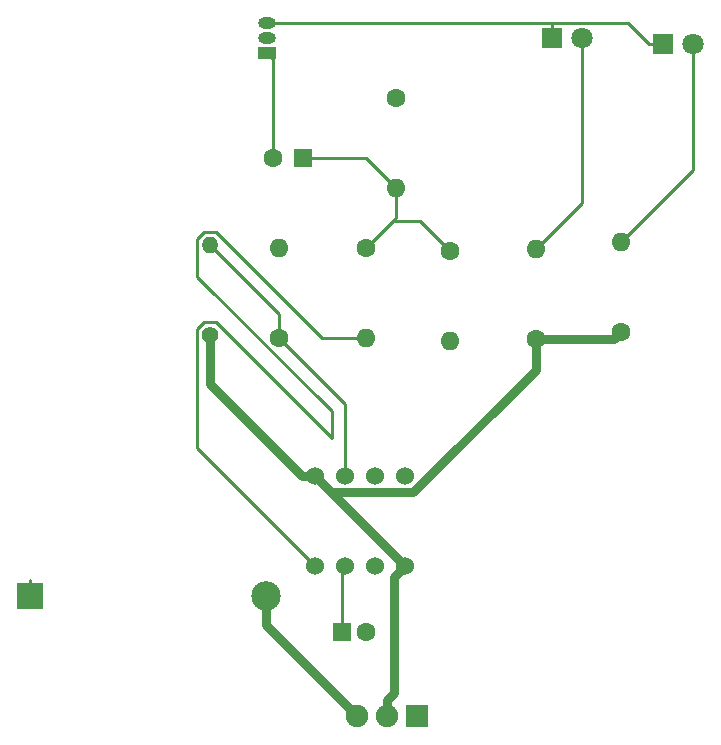
<source format=gtl>
G04 #@! TF.GenerationSoftware,KiCad,Pcbnew,(5.1.5)-3*
G04 #@! TF.CreationDate,2019-12-18T19:33:25+05:30*
G04 #@! TF.ProjectId,555_Badge,3535355f-4261-4646-9765-2e6b69636164,v01*
G04 #@! TF.SameCoordinates,Original*
G04 #@! TF.FileFunction,Copper,L1,Top*
G04 #@! TF.FilePolarity,Positive*
%FSLAX46Y46*%
G04 Gerber Fmt 4.6, Leading zero omitted, Abs format (unit mm)*
G04 Created by KiCad (PCBNEW (5.1.5)-3) date 2019-12-18 19:33:25*
%MOMM*%
%LPD*%
G04 APERTURE LIST*
%ADD10R,2.170000X2.170000*%
%ADD11C,2.500000*%
%ADD12R,1.600000X1.600000*%
%ADD13C,1.600000*%
%ADD14R,1.800000X1.800000*%
%ADD15C,1.800000*%
%ADD16R,1.500000X1.000000*%
%ADD17O,1.500000X1.000000*%
%ADD18C,1.400000*%
%ADD19O,1.400000X1.400000*%
%ADD20O,1.600000X1.600000*%
%ADD21R,1.900000X1.900000*%
%ADD22C,1.900000*%
%ADD23C,1.524000*%
%ADD24C,0.250000*%
%ADD25C,0.762000*%
G04 APERTURE END LIST*
D10*
X43180000Y-125730000D03*
D11*
X63180000Y-125730000D03*
D12*
X69628000Y-128778000D03*
D13*
X71628000Y-128778000D03*
X63794000Y-88646000D03*
D12*
X66294000Y-88646000D03*
D14*
X96774000Y-78994000D03*
D15*
X99314000Y-78994000D03*
D14*
X87376000Y-78486000D03*
D15*
X89916000Y-78486000D03*
D16*
X63246000Y-79756000D03*
D17*
X63246000Y-77216000D03*
X63246000Y-78486000D03*
D18*
X58420000Y-103632000D03*
D19*
X58420000Y-96012000D03*
D13*
X64262000Y-103886000D03*
D20*
X64262000Y-96266000D03*
X71628000Y-103886000D03*
D13*
X71628000Y-96266000D03*
X78740000Y-96520000D03*
D20*
X78740000Y-104140000D03*
D13*
X74168000Y-83566000D03*
D20*
X74168000Y-91186000D03*
X93218000Y-95758000D03*
D13*
X93218000Y-103378000D03*
D20*
X86000000Y-96380000D03*
D13*
X86000000Y-104000000D03*
D21*
X75906000Y-135890000D03*
D22*
X73406000Y-135890000D03*
X70906000Y-135890000D03*
D23*
X67310000Y-123190000D03*
X69850000Y-123190000D03*
X72390000Y-123190000D03*
X74930000Y-123190000D03*
X74930000Y-115570000D03*
X72390000Y-115570000D03*
X69850000Y-115570000D03*
X67310000Y-115570000D03*
D24*
X57344999Y-113224999D02*
X66548001Y-122428001D01*
X57344999Y-103115999D02*
X57344999Y-113224999D01*
X57903999Y-102556999D02*
X57344999Y-103115999D01*
X68712999Y-112333997D02*
X58936001Y-102556999D01*
X68712999Y-110076001D02*
X68712999Y-112333997D01*
X58936001Y-102556999D02*
X57903999Y-102556999D01*
X57344999Y-98708001D02*
X68712999Y-110076001D01*
X57344999Y-95495999D02*
X57344999Y-98708001D01*
X57903999Y-94936999D02*
X57344999Y-95495999D01*
X66548001Y-122428001D02*
X67310000Y-123190000D01*
X58936001Y-94936999D02*
X57903999Y-94936999D01*
X67885002Y-103886000D02*
X58936001Y-94936999D01*
X71628000Y-103886000D02*
X67885002Y-103886000D01*
X63794000Y-80304000D02*
X63246000Y-79756000D01*
X63794000Y-88646000D02*
X63794000Y-80304000D01*
X43180000Y-125730000D02*
X43180000Y-124395000D01*
D25*
X63180000Y-128164000D02*
X70906000Y-135890000D01*
X63180000Y-125730000D02*
X63180000Y-128164000D01*
D24*
X69628000Y-123412000D02*
X69850000Y-123190000D01*
X69628000Y-128778000D02*
X69628000Y-123412000D01*
X74168000Y-93726000D02*
X74168000Y-91186000D01*
X73368001Y-90386001D02*
X74168000Y-91186000D01*
X71628000Y-88646000D02*
X73368001Y-90386001D01*
X66294000Y-88646000D02*
X71628000Y-88646000D01*
X76167000Y-93947000D02*
X78740000Y-96520000D01*
X73947000Y-93947000D02*
X76167000Y-93947000D01*
X73947000Y-93947000D02*
X74168000Y-93726000D01*
X71628000Y-96266000D02*
X73947000Y-93947000D01*
X87376000Y-77336000D02*
X87376000Y-78486000D01*
X87256000Y-77216000D02*
X87376000Y-77336000D01*
X63246000Y-77216000D02*
X87256000Y-77216000D01*
X93840999Y-77210999D02*
X86789001Y-77210999D01*
X96774000Y-78994000D02*
X95624000Y-78994000D01*
X95624000Y-78994000D02*
X93840999Y-77210999D01*
X99314000Y-89662000D02*
X93218000Y-95758000D01*
X99314000Y-78994000D02*
X99314000Y-89662000D01*
X89916000Y-92464000D02*
X86000000Y-96380000D01*
X89916000Y-78486000D02*
X89916000Y-92464000D01*
D25*
X73406000Y-134546498D02*
X74000000Y-133952498D01*
X73406000Y-135890000D02*
X73406000Y-134546498D01*
X74168001Y-123951999D02*
X74930000Y-123190000D01*
X74000000Y-124120000D02*
X74168001Y-123951999D01*
X74000000Y-133952498D02*
X74000000Y-124120000D01*
X74930000Y-123190000D02*
X67310000Y-115570000D01*
X58420000Y-107757630D02*
X58420000Y-104621949D01*
X58420000Y-104621949D02*
X58420000Y-103632000D01*
X66232370Y-115570000D02*
X58420000Y-107757630D01*
X67310000Y-115570000D02*
X66232370Y-115570000D01*
X86000000Y-105131370D02*
X86000000Y-104000000D01*
X75598641Y-116963001D02*
X86000000Y-106561642D01*
X86000000Y-106561642D02*
X86000000Y-105131370D01*
X68703001Y-116963001D02*
X75598641Y-116963001D01*
X67310000Y-115570000D02*
X68703001Y-116963001D01*
X92596000Y-104000000D02*
X93218000Y-103378000D01*
X86000000Y-104000000D02*
X92596000Y-104000000D01*
D24*
X64262000Y-101854000D02*
X64262000Y-103886000D01*
X58420000Y-96012000D02*
X64262000Y-101854000D01*
X69850000Y-109474000D02*
X69850000Y-115570000D01*
X64262000Y-103886000D02*
X69850000Y-109474000D01*
M02*

</source>
